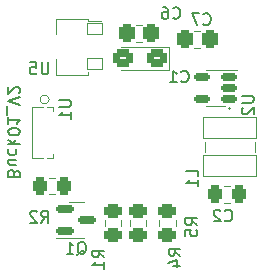
<source format=gbo>
G04 #@! TF.GenerationSoftware,KiCad,Pcbnew,(6.0.1)*
G04 #@! TF.CreationDate,2022-03-12T10:23:07+01:00*
G04 #@! TF.ProjectId,Linterna_MT340L_V2,4c696e74-6572-46e6-915f-4d543334304c,rev?*
G04 #@! TF.SameCoordinates,Original*
G04 #@! TF.FileFunction,Legend,Bot*
G04 #@! TF.FilePolarity,Positive*
%FSLAX46Y46*%
G04 Gerber Fmt 4.6, Leading zero omitted, Abs format (unit mm)*
G04 Created by KiCad (PCBNEW (6.0.1)) date 2022-03-12 10:23:07*
%MOMM*%
%LPD*%
G01*
G04 APERTURE LIST*
G04 Aperture macros list*
%AMRoundRect*
0 Rectangle with rounded corners*
0 $1 Rounding radius*
0 $2 $3 $4 $5 $6 $7 $8 $9 X,Y pos of 4 corners*
0 Add a 4 corners polygon primitive as box body*
4,1,4,$2,$3,$4,$5,$6,$7,$8,$9,$2,$3,0*
0 Add four circle primitives for the rounded corners*
1,1,$1+$1,$2,$3*
1,1,$1+$1,$4,$5*
1,1,$1+$1,$6,$7*
1,1,$1+$1,$8,$9*
0 Add four rect primitives between the rounded corners*
20,1,$1+$1,$2,$3,$4,$5,0*
20,1,$1+$1,$4,$5,$6,$7,0*
20,1,$1+$1,$6,$7,$8,$9,0*
20,1,$1+$1,$8,$9,$2,$3,0*%
%AMFreePoly0*
4,1,21,3.897855,0.901855,3.912500,0.866500,3.912500,-0.866500,3.897855,-0.901855,3.862500,-0.916500,0.737500,-0.916500,0.702145,-0.901855,0.687500,-0.866500,0.687500,-0.500000,-0.737500,-0.500000,-0.772855,-0.485355,-0.787500,-0.450000,-0.787500,0.450000,-0.772855,0.485355,-0.737500,0.500000,0.687500,0.500000,0.687500,0.866500,0.702145,0.901855,0.737500,0.916500,3.862500,0.916500,
3.897855,0.901855,3.897855,0.901855,$1*%
G04 Aperture macros list end*
%ADD10C,0.150000*%
%ADD11C,0.120000*%
%ADD12C,5.040000*%
%ADD13RoundRect,0.300000X0.537500X0.425000X-0.537500X0.425000X-0.537500X-0.425000X0.537500X-0.425000X0*%
%ADD14RoundRect,0.200000X0.512500X0.150000X-0.512500X0.150000X-0.512500X-0.150000X0.512500X-0.150000X0*%
%ADD15RoundRect,0.300000X-0.450000X0.325000X-0.450000X-0.325000X0.450000X-0.325000X0.450000X0.325000X0*%
%ADD16RoundRect,0.300000X-0.325000X-0.450000X0.325000X-0.450000X0.325000X0.450000X-0.325000X0.450000X0*%
%ADD17C,10.100000*%
%ADD18O,1.243000X0.957250*%
%ADD19RoundRect,0.200000X-0.587500X-0.150000X0.587500X-0.150000X0.587500X0.150000X-0.587500X0.150000X0*%
%ADD20RoundRect,0.300000X0.337500X0.475000X-0.337500X0.475000X-0.337500X-0.475000X0.337500X-0.475000X0*%
%ADD21RoundRect,0.050000X-2.247900X0.876300X-2.247900X-0.876300X2.247900X-0.876300X2.247900X0.876300X0*%
%ADD22RoundRect,0.050000X0.650000X0.450000X-0.650000X0.450000X-0.650000X-0.450000X0.650000X-0.450000X0*%
%ADD23FreePoly0,180.000000*%
G04 APERTURE END LIST*
D10*
X139846428Y-103377380D02*
X139798809Y-103234523D01*
X139751190Y-103186904D01*
X139655952Y-103139285D01*
X139513095Y-103139285D01*
X139417857Y-103186904D01*
X139370238Y-103234523D01*
X139322619Y-103329761D01*
X139322619Y-103710714D01*
X140322619Y-103710714D01*
X140322619Y-103377380D01*
X140275000Y-103282142D01*
X140227380Y-103234523D01*
X140132142Y-103186904D01*
X140036904Y-103186904D01*
X139941666Y-103234523D01*
X139894047Y-103282142D01*
X139846428Y-103377380D01*
X139846428Y-103710714D01*
X139989285Y-102282142D02*
X139322619Y-102282142D01*
X139989285Y-102710714D02*
X139465476Y-102710714D01*
X139370238Y-102663095D01*
X139322619Y-102567857D01*
X139322619Y-102425000D01*
X139370238Y-102329761D01*
X139417857Y-102282142D01*
X139370238Y-101377380D02*
X139322619Y-101472619D01*
X139322619Y-101663095D01*
X139370238Y-101758333D01*
X139417857Y-101805952D01*
X139513095Y-101853571D01*
X139798809Y-101853571D01*
X139894047Y-101805952D01*
X139941666Y-101758333D01*
X139989285Y-101663095D01*
X139989285Y-101472619D01*
X139941666Y-101377380D01*
X139322619Y-100948809D02*
X140322619Y-100948809D01*
X139703571Y-100853571D02*
X139322619Y-100567857D01*
X139989285Y-100567857D02*
X139608333Y-100948809D01*
X140322619Y-99948809D02*
X140322619Y-99853571D01*
X140275000Y-99758333D01*
X140227380Y-99710714D01*
X140132142Y-99663095D01*
X139941666Y-99615476D01*
X139703571Y-99615476D01*
X139513095Y-99663095D01*
X139417857Y-99710714D01*
X139370238Y-99758333D01*
X139322619Y-99853571D01*
X139322619Y-99948809D01*
X139370238Y-100044047D01*
X139417857Y-100091666D01*
X139513095Y-100139285D01*
X139703571Y-100186904D01*
X139941666Y-100186904D01*
X140132142Y-100139285D01*
X140227380Y-100091666D01*
X140275000Y-100044047D01*
X140322619Y-99948809D01*
X139322619Y-98663095D02*
X139322619Y-99234523D01*
X139322619Y-98948809D02*
X140322619Y-98948809D01*
X140179761Y-99044047D01*
X140084523Y-99139285D01*
X140036904Y-99234523D01*
X139227380Y-98472619D02*
X139227380Y-97710714D01*
X140322619Y-97615476D02*
X139322619Y-97282142D01*
X140322619Y-96948809D01*
X140227380Y-96663095D02*
X140275000Y-96615476D01*
X140322619Y-96520238D01*
X140322619Y-96282142D01*
X140275000Y-96186904D01*
X140227380Y-96139285D01*
X140132142Y-96091666D01*
X140036904Y-96091666D01*
X139894047Y-96139285D01*
X139322619Y-96710714D01*
X139322619Y-96091666D01*
X153966666Y-95632142D02*
X154014285Y-95679761D01*
X154157142Y-95727380D01*
X154252380Y-95727380D01*
X154395238Y-95679761D01*
X154490476Y-95584523D01*
X154538095Y-95489285D01*
X154585714Y-95298809D01*
X154585714Y-95155952D01*
X154538095Y-94965476D01*
X154490476Y-94870238D01*
X154395238Y-94775000D01*
X154252380Y-94727380D01*
X154157142Y-94727380D01*
X154014285Y-94775000D01*
X153966666Y-94822619D01*
X153014285Y-95727380D02*
X153585714Y-95727380D01*
X153300000Y-95727380D02*
X153300000Y-94727380D01*
X153395238Y-94870238D01*
X153490476Y-94965476D01*
X153585714Y-95013095D01*
X159102380Y-96863095D02*
X159911904Y-96863095D01*
X160007142Y-96910714D01*
X160054761Y-96958333D01*
X160102380Y-97053571D01*
X160102380Y-97244047D01*
X160054761Y-97339285D01*
X160007142Y-97386904D01*
X159911904Y-97434523D01*
X159102380Y-97434523D01*
X159197619Y-97863095D02*
X159150000Y-97910714D01*
X159102380Y-98005952D01*
X159102380Y-98244047D01*
X159150000Y-98339285D01*
X159197619Y-98386904D01*
X159292857Y-98434523D01*
X159388095Y-98434523D01*
X159530952Y-98386904D01*
X160102380Y-97815476D01*
X160102380Y-98434523D01*
X147452380Y-110533333D02*
X146976190Y-110200000D01*
X147452380Y-109961904D02*
X146452380Y-109961904D01*
X146452380Y-110342857D01*
X146500000Y-110438095D01*
X146547619Y-110485714D01*
X146642857Y-110533333D01*
X146785714Y-110533333D01*
X146880952Y-110485714D01*
X146928571Y-110438095D01*
X146976190Y-110342857D01*
X146976190Y-109961904D01*
X147452380Y-111485714D02*
X147452380Y-110914285D01*
X147452380Y-111200000D02*
X146452380Y-111200000D01*
X146595238Y-111104761D01*
X146690476Y-111009523D01*
X146738095Y-110914285D01*
X142116666Y-107602380D02*
X142450000Y-107126190D01*
X142688095Y-107602380D02*
X142688095Y-106602380D01*
X142307142Y-106602380D01*
X142211904Y-106650000D01*
X142164285Y-106697619D01*
X142116666Y-106792857D01*
X142116666Y-106935714D01*
X142164285Y-107030952D01*
X142211904Y-107078571D01*
X142307142Y-107126190D01*
X142688095Y-107126190D01*
X141735714Y-106697619D02*
X141688095Y-106650000D01*
X141592857Y-106602380D01*
X141354761Y-106602380D01*
X141259523Y-106650000D01*
X141211904Y-106697619D01*
X141164285Y-106792857D01*
X141164285Y-106888095D01*
X141211904Y-107030952D01*
X141783333Y-107602380D01*
X141164285Y-107602380D01*
X153902380Y-110383333D02*
X153426190Y-110050000D01*
X153902380Y-109811904D02*
X152902380Y-109811904D01*
X152902380Y-110192857D01*
X152950000Y-110288095D01*
X152997619Y-110335714D01*
X153092857Y-110383333D01*
X153235714Y-110383333D01*
X153330952Y-110335714D01*
X153378571Y-110288095D01*
X153426190Y-110192857D01*
X153426190Y-109811904D01*
X153235714Y-111240476D02*
X153902380Y-111240476D01*
X152854761Y-111002380D02*
X153569047Y-110764285D01*
X153569047Y-111383333D01*
X155327380Y-107808333D02*
X154851190Y-107475000D01*
X155327380Y-107236904D02*
X154327380Y-107236904D01*
X154327380Y-107617857D01*
X154375000Y-107713095D01*
X154422619Y-107760714D01*
X154517857Y-107808333D01*
X154660714Y-107808333D01*
X154755952Y-107760714D01*
X154803571Y-107713095D01*
X154851190Y-107617857D01*
X154851190Y-107236904D01*
X154327380Y-108713095D02*
X154327380Y-108236904D01*
X154803571Y-108189285D01*
X154755952Y-108236904D01*
X154708333Y-108332142D01*
X154708333Y-108570238D01*
X154755952Y-108665476D01*
X154803571Y-108713095D01*
X154898809Y-108760714D01*
X155136904Y-108760714D01*
X155232142Y-108713095D01*
X155279761Y-108665476D01*
X155327380Y-108570238D01*
X155327380Y-108332142D01*
X155279761Y-108236904D01*
X155232142Y-108189285D01*
X157661066Y-107398642D02*
X157708685Y-107446261D01*
X157851542Y-107493880D01*
X157946780Y-107493880D01*
X158089638Y-107446261D01*
X158184876Y-107351023D01*
X158232495Y-107255785D01*
X158280114Y-107065309D01*
X158280114Y-106922452D01*
X158232495Y-106731976D01*
X158184876Y-106636738D01*
X158089638Y-106541500D01*
X157946780Y-106493880D01*
X157851542Y-106493880D01*
X157708685Y-106541500D01*
X157661066Y-106589119D01*
X157280114Y-106589119D02*
X157232495Y-106541500D01*
X157137257Y-106493880D01*
X156899161Y-106493880D01*
X156803923Y-106541500D01*
X156756304Y-106589119D01*
X156708685Y-106684357D01*
X156708685Y-106779595D01*
X156756304Y-106922452D01*
X157327733Y-107493880D01*
X156708685Y-107493880D01*
X143627380Y-97238095D02*
X144436904Y-97238095D01*
X144532142Y-97285714D01*
X144579761Y-97333333D01*
X144627380Y-97428571D01*
X144627380Y-97619047D01*
X144579761Y-97714285D01*
X144532142Y-97761904D01*
X144436904Y-97809523D01*
X143627380Y-97809523D01*
X144627380Y-98809523D02*
X144627380Y-98238095D01*
X144627380Y-98523809D02*
X143627380Y-98523809D01*
X143770238Y-98428571D01*
X143865476Y-98333333D01*
X143913095Y-98238095D01*
X145170238Y-110322619D02*
X145265476Y-110275000D01*
X145360714Y-110179761D01*
X145503571Y-110036904D01*
X145598809Y-109989285D01*
X145694047Y-109989285D01*
X145646428Y-110227380D02*
X145741666Y-110179761D01*
X145836904Y-110084523D01*
X145884523Y-109894047D01*
X145884523Y-109560714D01*
X145836904Y-109370238D01*
X145741666Y-109275000D01*
X145646428Y-109227380D01*
X145455952Y-109227380D01*
X145360714Y-109275000D01*
X145265476Y-109370238D01*
X145217857Y-109560714D01*
X145217857Y-109894047D01*
X145265476Y-110084523D01*
X145360714Y-110179761D01*
X145455952Y-110227380D01*
X145646428Y-110227380D01*
X144265476Y-110227380D02*
X144836904Y-110227380D01*
X144551190Y-110227380D02*
X144551190Y-109227380D01*
X144646428Y-109370238D01*
X144741666Y-109465476D01*
X144836904Y-109513095D01*
X155841666Y-90782142D02*
X155889285Y-90829761D01*
X156032142Y-90877380D01*
X156127380Y-90877380D01*
X156270238Y-90829761D01*
X156365476Y-90734523D01*
X156413095Y-90639285D01*
X156460714Y-90448809D01*
X156460714Y-90305952D01*
X156413095Y-90115476D01*
X156365476Y-90020238D01*
X156270238Y-89925000D01*
X156127380Y-89877380D01*
X156032142Y-89877380D01*
X155889285Y-89925000D01*
X155841666Y-89972619D01*
X155508333Y-89877380D02*
X154841666Y-89877380D01*
X155270238Y-90877380D01*
X155377380Y-103683333D02*
X155377380Y-103207142D01*
X154377380Y-103207142D01*
X155377380Y-104540476D02*
X155377380Y-103969047D01*
X155377380Y-104254761D02*
X154377380Y-104254761D01*
X154520238Y-104159523D01*
X154615476Y-104064285D01*
X154663095Y-103969047D01*
X142711904Y-94027380D02*
X142711904Y-94836904D01*
X142664285Y-94932142D01*
X142616666Y-94979761D01*
X142521428Y-95027380D01*
X142330952Y-95027380D01*
X142235714Y-94979761D01*
X142188095Y-94932142D01*
X142140476Y-94836904D01*
X142140476Y-94027380D01*
X141188095Y-94027380D02*
X141664285Y-94027380D01*
X141711904Y-94503571D01*
X141664285Y-94455952D01*
X141569047Y-94408333D01*
X141330952Y-94408333D01*
X141235714Y-94455952D01*
X141188095Y-94503571D01*
X141140476Y-94598809D01*
X141140476Y-94836904D01*
X141188095Y-94932142D01*
X141235714Y-94979761D01*
X141330952Y-95027380D01*
X141569047Y-95027380D01*
X141664285Y-94979761D01*
X141711904Y-94932142D01*
X153266666Y-90257142D02*
X153314285Y-90304761D01*
X153457142Y-90352380D01*
X153552380Y-90352380D01*
X153695238Y-90304761D01*
X153790476Y-90209523D01*
X153838095Y-90114285D01*
X153885714Y-89923809D01*
X153885714Y-89780952D01*
X153838095Y-89590476D01*
X153790476Y-89495238D01*
X153695238Y-89400000D01*
X153552380Y-89352380D01*
X153457142Y-89352380D01*
X153314285Y-89400000D01*
X153266666Y-89447619D01*
X152409523Y-89352380D02*
X152600000Y-89352380D01*
X152695238Y-89400000D01*
X152742857Y-89447619D01*
X152838095Y-89590476D01*
X152885714Y-89780952D01*
X152885714Y-90161904D01*
X152838095Y-90257142D01*
X152790476Y-90304761D01*
X152695238Y-90352380D01*
X152504761Y-90352380D01*
X152409523Y-90304761D01*
X152361904Y-90257142D01*
X152314285Y-90161904D01*
X152314285Y-89923809D01*
X152361904Y-89828571D01*
X152409523Y-89780952D01*
X152504761Y-89733333D01*
X152695238Y-89733333D01*
X152790476Y-89780952D01*
X152838095Y-89828571D01*
X152885714Y-89923809D01*
D11*
X148837500Y-92765000D02*
X152922500Y-92765000D01*
X152922500Y-94635000D02*
X148837500Y-94635000D01*
X152922500Y-92765000D02*
X152922500Y-94635000D01*
X156900000Y-97760000D02*
X156100000Y-97760000D01*
X156900000Y-97760000D02*
X157700000Y-97760000D01*
X156900000Y-94640000D02*
X158700000Y-94640000D01*
X156900000Y-94640000D02*
X156100000Y-94640000D01*
X148910000Y-107338748D02*
X148910000Y-107861252D01*
X147490000Y-107338748D02*
X147490000Y-107861252D01*
X142738748Y-103790000D02*
X143261252Y-103790000D01*
X142738748Y-105210000D02*
X143261252Y-105210000D01*
X149590000Y-107338748D02*
X149590000Y-107861252D01*
X151010000Y-107338748D02*
X151010000Y-107861252D01*
X153510000Y-107338748D02*
X153510000Y-107861252D01*
X152090000Y-107338748D02*
X152090000Y-107861252D01*
X157588748Y-104490000D02*
X158111252Y-104490000D01*
X157588748Y-105910000D02*
X158111252Y-105910000D01*
X143098500Y-101814237D02*
X143098500Y-102129000D01*
X142565315Y-97811000D02*
X143098500Y-97811000D01*
X141320500Y-97811000D02*
X142234685Y-97811000D01*
X143098500Y-97811000D02*
X143098500Y-98125763D01*
X143098500Y-102129000D02*
X142565315Y-102129000D01*
X142234685Y-102129000D02*
X141320500Y-102129000D01*
X141320500Y-102129000D02*
X141320500Y-97811000D01*
X142781000Y-97176000D02*
G75*
G03*
X142781000Y-97176000I-381000J0D01*
G01*
X145075000Y-105815000D02*
X144425000Y-105815000D01*
X145075000Y-105815000D02*
X145725000Y-105815000D01*
X145075000Y-108935000D02*
X145725000Y-108935000D01*
X145075000Y-108935000D02*
X143400000Y-108935000D01*
X155586252Y-91340000D02*
X155063748Y-91340000D01*
X155586252Y-92810000D02*
X155063748Y-92810000D01*
X160195900Y-100793040D02*
X160195900Y-101626160D01*
X155954100Y-101626160D02*
X155954100Y-100793040D01*
X158151200Y-97945700D02*
G75*
G03*
X158151200Y-97945700I-76200J0D01*
G01*
X146060000Y-90340000D02*
X146060000Y-90570000D01*
X147200000Y-90570000D02*
X146060000Y-90570000D01*
X146060000Y-95060000D02*
X146060000Y-94830000D01*
X143340000Y-93750000D02*
X143340000Y-95060000D01*
X143340000Y-90340000D02*
X143340000Y-91650000D01*
X143340000Y-95060000D02*
X146060000Y-95060000D01*
X146060000Y-90340000D02*
X143340000Y-90340000D01*
X150636252Y-92310000D02*
X150113748Y-92310000D01*
X150636252Y-90840000D02*
X150113748Y-90840000D01*
%LPC*%
D12*
X150000000Y-88250000D03*
X150000000Y-111750000D03*
D13*
X151875000Y-93700000D03*
X149000000Y-93700000D03*
D14*
X158037500Y-95250000D03*
X158037500Y-96200000D03*
X158037500Y-97150000D03*
X155762500Y-97150000D03*
X155762500Y-95250000D03*
D15*
X148200000Y-106575000D03*
X148200000Y-108625000D03*
D16*
X141975000Y-104500000D03*
X144025000Y-104500000D03*
D17*
X150000000Y-100000000D03*
D15*
X150300000Y-106575000D03*
X150300000Y-108625000D03*
X152800000Y-106575000D03*
X152800000Y-108625000D03*
D16*
X156825000Y-105200000D03*
X158875000Y-105200000D03*
D18*
X142400000Y-98700000D03*
X142400000Y-99970000D03*
X142400000Y-101240000D03*
D19*
X144137500Y-108325000D03*
X144137500Y-106425000D03*
X146012500Y-107375000D03*
D20*
X156362500Y-92075000D03*
X154287500Y-92075000D03*
D21*
X158075000Y-99584000D03*
X158075000Y-102835200D03*
D22*
X146650000Y-91200000D03*
D23*
X146562500Y-92700000D03*
D22*
X146650000Y-94200000D03*
D20*
X151412500Y-91575000D03*
X149337500Y-91575000D03*
M02*

</source>
